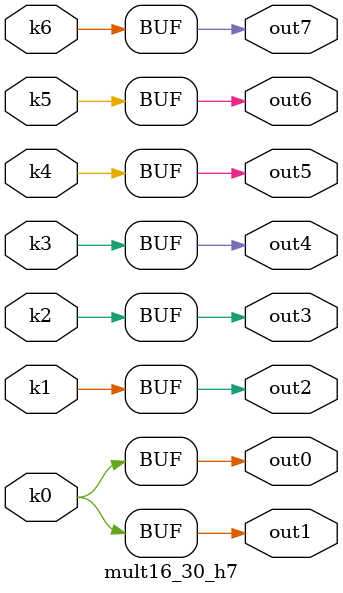
<source format=v>
module mult16_30(pi0, pi1, pi2, pi3, pi4, pi5, pi6, pi7, pi8, po0, po1, po2, po3, po4, po5, po6, po7);
input pi0, pi1, pi2, pi3, pi4, pi5, pi6, pi7, pi8;
output po0, po1, po2, po3, po4, po5, po6, po7;
wire k0, k1, k2, k3, k4, k5, k6;
mult16_30_w7 DUT1 (pi0, pi1, pi2, pi3, pi4, pi5, pi6, pi7, pi8, k0, k1, k2, k3, k4, k5, k6);
mult16_30_h7 DUT2 (k0, k1, k2, k3, k4, k5, k6, po0, po1, po2, po3, po4, po5, po6, po7);
endmodule

module mult16_30_w7(in8, in7, in6, in5, in4, in3, in2, in1, in0, k6, k5, k4, k3, k2, k1, k0);
input in8, in7, in6, in5, in4, in3, in2, in1, in0;
output k6, k5, k4, k3, k2, k1, k0;
assign k0 =   (in2 & ((in3 & ((in5 & ((in4 & in1 & in7 & in0) | (in8 & ~in4 & in6 & ~in0))) | (~in0 & ((in8 & (in4 ? ~in7 : (in1 & in6))) | (~in8 & ((~in1 & in7) | (in1 & in6 & ~in5 & in4))) | (~in4 & in7 & in6) | (in4 & in1 & ~in7))) | (in7 & in0 & ((in8 & (in4 | ~in6)) | (in1 & ~in6))))) | (in0 & ((in6 & ((~in1 & ((~in5 & ((~in4 & ~in7) | (~in8 & ~in3))) | (~in8 & ~in7) | (~in4 & ~in3))) | (~in8 & ~in4 & (~in7 | ~in3)) | (~in7 & ~in3))) | (in8 & in1 & in7 & ~in6))))) | (~in0 & ((~in1 & ((~in2 & (~in4 | ~in7) & (~in5 | ~in8)) | (~in3 & (~in6 | (in4 & in7 & (in5 | in8)))))) | (~in3 & ((in1 & in7 & in6 & (in8 | in4)) | ~in2 | (~in8 & ~in6))) | (~in7 & (~in6 | (~in4 & ~in2))) | (~in6 & ~in2))) | (in6 & in3 & ~in2 & in0 & ((in4 & in7) | ((in4 | in7) & (in1 | (in5 & in8)))));
assign k1 =   (in7 & (in2 ? ((~in8 & ((~in5 & (in1 ? (in6 & in3) : ~in3)) | (~in6 & (~in1 | ~in3)) | (~in4 & ~in3))) | (~in4 & in6 & (in1 ? in3 : in8)) | (~in1 & ~in6 & ~in3)) : ((in4 & ((in5 & (in3 ? in1 : in6)) | (in8 & ~in6 & in3))) | (in1 & ~in6 & in3)))) | (in6 & ((in4 & ((~in3 & ((in8 & ((in5 & in1) | (~in7 & in2))) | (in1 & (~in7 | ~in2)))) | (~in8 & ~in1 & in2 & in3))) | (in3 & ((~in4 & ((~in1 & ((~in5 & (~in7 | ~in2)) | (~in8 & ~in2))) | (~in7 & ~in2) | (~in8 & in1 & in2))) | (~in7 & ~in1 & (~in8 | (~in5 & ~in2))))))) | (in8 & ~in7 & in1 & in2 & (~in6 | ~in3));
assign k2 =   (in2 | ((in5 | ((~in6 | in3 | ~in4 | ~in1) & (in7 | in4 | in1))) & (in1 | ((in6 | (in7 & (~in8 | ~in4))) & (~in5 | ((~in7 | (in3 & (~in6 | ~in8 | in4))) & (~in8 | ~in4 | in7 | ~in3))) & (in3 | in4))) & (~in1 | ((~in6 | ~in4 | (in7 & (~in5 | ~in3))) & (~in7 | ~in3 | (in6 & in4)))))) & (~in6 | ((~in3 | ((~in5 | ((in8 | ~in4 | ~in1) & (in4 | in1 | in7 | ~in2))) & (~in7 | ~in4 | ((in5 | (in8 ? ~in2 : in1)) & (~in2 | ~in8 | in1))))) & (~in4 | ((in5 | ((~in2 | ~in8 | in1) & (in3 | in8 | ~in1))) & (in7 | ((in8 | ~in1) & (~in8 | in1 | ~in2 | in3))))))) & (((in8 | in1) & (~in2 | ~in8 | ~in1)) | (((in6 & in4) | (in7 & in3)) & (~in5 | ~in7 | in3))) & (~in7 | ~in3 | ((in6 | ((in8 | ~in1) & (in4 | in1 | ~in2 | ~in8))) & (in4 | ((in8 | ~in1) & (~in8 | in1 | in5 | ~in2)))));
assign k3 =   ((~in6 | ~in5) & ((in8 & in3 & (~in7 | ~in4)) | (in7 & in4 & (~in8 | ~in3)))) | (in6 & in5 & (((~in7 | ~in4) & (~in8 | ~in3)) | (in8 & in7 & in4 & in3)));
assign k4 =   in7 & in4;
assign k5 =   in6;
assign k6 =   in7;
endmodule

module mult16_30_h7(k6, k5, k4, k3, k2, k1, k0, out7, out6, out5, out4, out3, out2, out1, out0);
input k6, k5, k4, k3, k2, k1, k0;
output out7, out6, out5, out4, out3, out2, out1, out0;
assign out0 = k0;
assign out1 = k0;
assign out2 = k1;
assign out3 = k2;
assign out4 = k3;
assign out5 = k4;
assign out6 = k5;
assign out7 = k6;
endmodule

</source>
